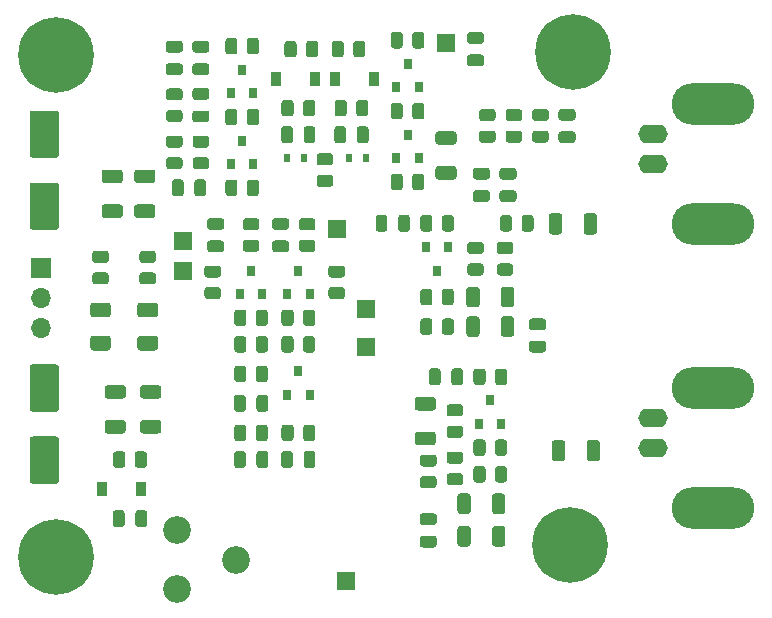
<source format=gbr>
%TF.GenerationSoftware,KiCad,Pcbnew,(5.1.9)-1*%
%TF.CreationDate,2021-05-17T20:36:21+02:00*%
%TF.ProjectId,TIMP_Bowes-Grebene,54494d50-5f42-46f7-9765-732d47726562,rev?*%
%TF.SameCoordinates,Original*%
%TF.FileFunction,Soldermask,Top*%
%TF.FilePolarity,Negative*%
%FSLAX46Y46*%
G04 Gerber Fmt 4.6, Leading zero omitted, Abs format (unit mm)*
G04 Created by KiCad (PCBNEW (5.1.9)-1) date 2021-05-17 20:36:21*
%MOMM*%
%LPD*%
G01*
G04 APERTURE LIST*
%ADD10R,1.500000X1.500000*%
%ADD11R,0.900000X1.200000*%
%ADD12R,0.600000X0.700000*%
%ADD13C,6.400000*%
%ADD14C,0.800000*%
%ADD15O,2.500000X1.600000*%
%ADD16O,7.000000X3.500000*%
%ADD17R,1.700000X1.700000*%
%ADD18O,1.700000X1.700000*%
%ADD19R,0.800000X0.900000*%
%ADD20C,2.340000*%
G04 APERTURE END LIST*
D10*
%TO.C,REF\u002A\u002A*%
X115750000Y-119500000D03*
%TD*%
%TO.C,REF\u002A\u002A*%
X102000000Y-90750000D03*
%TD*%
%TO.C,REF\u002A\u002A*%
X117500000Y-99750000D03*
%TD*%
%TO.C,REF\u002A\u002A*%
X115000000Y-89750000D03*
%TD*%
%TO.C,REF\u002A\u002A*%
X124250000Y-74000000D03*
%TD*%
%TO.C,REF\u002A\u002A*%
X117500000Y-96500000D03*
%TD*%
%TO.C,REF\u002A\u002A*%
X102000000Y-93250000D03*
%TD*%
%TO.C,R41*%
G36*
G01*
X127100000Y-97374999D02*
X127100000Y-98625001D01*
G75*
G02*
X126850001Y-98875000I-249999J0D01*
G01*
X126224999Y-98875000D01*
G75*
G02*
X125975000Y-98625001I0J249999D01*
G01*
X125975000Y-97374999D01*
G75*
G02*
X126224999Y-97125000I249999J0D01*
G01*
X126850001Y-97125000D01*
G75*
G02*
X127100000Y-97374999I0J-249999D01*
G01*
G37*
G36*
G01*
X130025000Y-97374999D02*
X130025000Y-98625001D01*
G75*
G02*
X129775001Y-98875000I-249999J0D01*
G01*
X129149999Y-98875000D01*
G75*
G02*
X128900000Y-98625001I0J249999D01*
G01*
X128900000Y-97374999D01*
G75*
G02*
X129149999Y-97125000I249999J0D01*
G01*
X129775001Y-97125000D01*
G75*
G02*
X130025000Y-97374999I0J-249999D01*
G01*
G37*
%TD*%
%TO.C,R40*%
G36*
G01*
X129700001Y-91850000D02*
X128799999Y-91850000D01*
G75*
G02*
X128550000Y-91600001I0J249999D01*
G01*
X128550000Y-91074999D01*
G75*
G02*
X128799999Y-90825000I249999J0D01*
G01*
X129700001Y-90825000D01*
G75*
G02*
X129950000Y-91074999I0J-249999D01*
G01*
X129950000Y-91600001D01*
G75*
G02*
X129700001Y-91850000I-249999J0D01*
G01*
G37*
G36*
G01*
X129700001Y-93675000D02*
X128799999Y-93675000D01*
G75*
G02*
X128550000Y-93425001I0J249999D01*
G01*
X128550000Y-92899999D01*
G75*
G02*
X128799999Y-92650000I249999J0D01*
G01*
X129700001Y-92650000D01*
G75*
G02*
X129950000Y-92899999I0J-249999D01*
G01*
X129950000Y-93425001D01*
G75*
G02*
X129700001Y-93675000I-249999J0D01*
G01*
G37*
%TD*%
%TO.C,R32*%
G36*
G01*
X124549999Y-110400000D02*
X125450001Y-110400000D01*
G75*
G02*
X125700000Y-110649999I0J-249999D01*
G01*
X125700000Y-111175001D01*
G75*
G02*
X125450001Y-111425000I-249999J0D01*
G01*
X124549999Y-111425000D01*
G75*
G02*
X124300000Y-111175001I0J249999D01*
G01*
X124300000Y-110649999D01*
G75*
G02*
X124549999Y-110400000I249999J0D01*
G01*
G37*
G36*
G01*
X124549999Y-108575000D02*
X125450001Y-108575000D01*
G75*
G02*
X125700000Y-108824999I0J-249999D01*
G01*
X125700000Y-109350001D01*
G75*
G02*
X125450001Y-109600000I-249999J0D01*
G01*
X124549999Y-109600000D01*
G75*
G02*
X124300000Y-109350001I0J249999D01*
G01*
X124300000Y-108824999D01*
G75*
G02*
X124549999Y-108575000I249999J0D01*
G01*
G37*
%TD*%
%TO.C,C1*%
G36*
G01*
X103975000Y-78800000D02*
X103025000Y-78800000D01*
G75*
G02*
X102775000Y-78550000I0J250000D01*
G01*
X102775000Y-78050000D01*
G75*
G02*
X103025000Y-77800000I250000J0D01*
G01*
X103975000Y-77800000D01*
G75*
G02*
X104225000Y-78050000I0J-250000D01*
G01*
X104225000Y-78550000D01*
G75*
G02*
X103975000Y-78800000I-250000J0D01*
G01*
G37*
G36*
G01*
X103975000Y-80700000D02*
X103025000Y-80700000D01*
G75*
G02*
X102775000Y-80450000I0J250000D01*
G01*
X102775000Y-79950000D01*
G75*
G02*
X103025000Y-79700000I250000J0D01*
G01*
X103975000Y-79700000D01*
G75*
G02*
X104225000Y-79950000I0J-250000D01*
G01*
X104225000Y-80450000D01*
G75*
G02*
X103975000Y-80700000I-250000J0D01*
G01*
G37*
%TD*%
%TO.C,C2*%
G36*
G01*
X107300000Y-104025000D02*
X107300000Y-104975000D01*
G75*
G02*
X107050000Y-105225000I-250000J0D01*
G01*
X106550000Y-105225000D01*
G75*
G02*
X106300000Y-104975000I0J250000D01*
G01*
X106300000Y-104025000D01*
G75*
G02*
X106550000Y-103775000I250000J0D01*
G01*
X107050000Y-103775000D01*
G75*
G02*
X107300000Y-104025000I0J-250000D01*
G01*
G37*
G36*
G01*
X109200000Y-104025000D02*
X109200000Y-104975000D01*
G75*
G02*
X108950000Y-105225000I-250000J0D01*
G01*
X108450000Y-105225000D01*
G75*
G02*
X108200000Y-104975000I0J250000D01*
G01*
X108200000Y-104025000D01*
G75*
G02*
X108450000Y-103775000I250000J0D01*
G01*
X108950000Y-103775000D01*
G75*
G02*
X109200000Y-104025000I0J-250000D01*
G01*
G37*
%TD*%
%TO.C,C3*%
G36*
G01*
X111300000Y-81275000D02*
X111300000Y-82225000D01*
G75*
G02*
X111050000Y-82475000I-250000J0D01*
G01*
X110550000Y-82475000D01*
G75*
G02*
X110300000Y-82225000I0J250000D01*
G01*
X110300000Y-81275000D01*
G75*
G02*
X110550000Y-81025000I250000J0D01*
G01*
X111050000Y-81025000D01*
G75*
G02*
X111300000Y-81275000I0J-250000D01*
G01*
G37*
G36*
G01*
X113200000Y-81275000D02*
X113200000Y-82225000D01*
G75*
G02*
X112950000Y-82475000I-250000J0D01*
G01*
X112450000Y-82475000D01*
G75*
G02*
X112200000Y-82225000I0J250000D01*
G01*
X112200000Y-81275000D01*
G75*
G02*
X112450000Y-81025000I250000J0D01*
G01*
X112950000Y-81025000D01*
G75*
G02*
X113200000Y-81275000I0J-250000D01*
G01*
G37*
%TD*%
%TO.C,C4*%
G36*
G01*
X134025000Y-79550000D02*
X134975000Y-79550000D01*
G75*
G02*
X135225000Y-79800000I0J-250000D01*
G01*
X135225000Y-80300000D01*
G75*
G02*
X134975000Y-80550000I-250000J0D01*
G01*
X134025000Y-80550000D01*
G75*
G02*
X133775000Y-80300000I0J250000D01*
G01*
X133775000Y-79800000D01*
G75*
G02*
X134025000Y-79550000I250000J0D01*
G01*
G37*
G36*
G01*
X134025000Y-81450000D02*
X134975000Y-81450000D01*
G75*
G02*
X135225000Y-81700000I0J-250000D01*
G01*
X135225000Y-82200000D01*
G75*
G02*
X134975000Y-82450000I-250000J0D01*
G01*
X134025000Y-82450000D01*
G75*
G02*
X133775000Y-82200000I0J250000D01*
G01*
X133775000Y-81700000D01*
G75*
G02*
X134025000Y-81450000I250000J0D01*
G01*
G37*
%TD*%
%TO.C,C5*%
G36*
G01*
X137300000Y-107849999D02*
X137300000Y-109150001D01*
G75*
G02*
X137050001Y-109400000I-249999J0D01*
G01*
X136399999Y-109400000D01*
G75*
G02*
X136150000Y-109150001I0J249999D01*
G01*
X136150000Y-107849999D01*
G75*
G02*
X136399999Y-107600000I249999J0D01*
G01*
X137050001Y-107600000D01*
G75*
G02*
X137300000Y-107849999I0J-249999D01*
G01*
G37*
G36*
G01*
X134350000Y-107849999D02*
X134350000Y-109150001D01*
G75*
G02*
X134100001Y-109400000I-249999J0D01*
G01*
X133449999Y-109400000D01*
G75*
G02*
X133200000Y-109150001I0J249999D01*
G01*
X133200000Y-107849999D01*
G75*
G02*
X133449999Y-107600000I249999J0D01*
G01*
X134100001Y-107600000D01*
G75*
G02*
X134350000Y-107849999I0J-249999D01*
G01*
G37*
%TD*%
%TO.C,C6*%
G36*
G01*
X134100000Y-88649999D02*
X134100000Y-89950001D01*
G75*
G02*
X133850001Y-90200000I-249999J0D01*
G01*
X133199999Y-90200000D01*
G75*
G02*
X132950000Y-89950001I0J249999D01*
G01*
X132950000Y-88649999D01*
G75*
G02*
X133199999Y-88400000I249999J0D01*
G01*
X133850001Y-88400000D01*
G75*
G02*
X134100000Y-88649999I0J-249999D01*
G01*
G37*
G36*
G01*
X137050000Y-88649999D02*
X137050000Y-89950001D01*
G75*
G02*
X136800001Y-90200000I-249999J0D01*
G01*
X136149999Y-90200000D01*
G75*
G02*
X135900000Y-89950001I0J249999D01*
G01*
X135900000Y-88649999D01*
G75*
G02*
X136149999Y-88400000I249999J0D01*
G01*
X136800001Y-88400000D01*
G75*
G02*
X137050000Y-88649999I0J-249999D01*
G01*
G37*
%TD*%
%TO.C,C7*%
G36*
G01*
X91250000Y-83700000D02*
X89250000Y-83700000D01*
G75*
G02*
X89000000Y-83450000I0J250000D01*
G01*
X89000000Y-79950000D01*
G75*
G02*
X89250000Y-79700000I250000J0D01*
G01*
X91250000Y-79700000D01*
G75*
G02*
X91500000Y-79950000I0J-250000D01*
G01*
X91500000Y-83450000D01*
G75*
G02*
X91250000Y-83700000I-250000J0D01*
G01*
G37*
G36*
G01*
X91250000Y-89800000D02*
X89250000Y-89800000D01*
G75*
G02*
X89000000Y-89550000I0J250000D01*
G01*
X89000000Y-86050000D01*
G75*
G02*
X89250000Y-85800000I250000J0D01*
G01*
X91250000Y-85800000D01*
G75*
G02*
X91500000Y-86050000I0J-250000D01*
G01*
X91500000Y-89550000D01*
G75*
G02*
X91250000Y-89800000I-250000J0D01*
G01*
G37*
%TD*%
%TO.C,C8*%
G36*
G01*
X95349999Y-87650000D02*
X96650001Y-87650000D01*
G75*
G02*
X96900000Y-87899999I0J-249999D01*
G01*
X96900000Y-88550001D01*
G75*
G02*
X96650001Y-88800000I-249999J0D01*
G01*
X95349999Y-88800000D01*
G75*
G02*
X95100000Y-88550001I0J249999D01*
G01*
X95100000Y-87899999D01*
G75*
G02*
X95349999Y-87650000I249999J0D01*
G01*
G37*
G36*
G01*
X95349999Y-84700000D02*
X96650001Y-84700000D01*
G75*
G02*
X96900000Y-84949999I0J-249999D01*
G01*
X96900000Y-85600001D01*
G75*
G02*
X96650001Y-85850000I-249999J0D01*
G01*
X95349999Y-85850000D01*
G75*
G02*
X95100000Y-85600001I0J249999D01*
G01*
X95100000Y-84949999D01*
G75*
G02*
X95349999Y-84700000I249999J0D01*
G01*
G37*
%TD*%
%TO.C,C9*%
G36*
G01*
X117700000Y-81275000D02*
X117700000Y-82225000D01*
G75*
G02*
X117450000Y-82475000I-250000J0D01*
G01*
X116950000Y-82475000D01*
G75*
G02*
X116700000Y-82225000I0J250000D01*
G01*
X116700000Y-81275000D01*
G75*
G02*
X116950000Y-81025000I250000J0D01*
G01*
X117450000Y-81025000D01*
G75*
G02*
X117700000Y-81275000I0J-250000D01*
G01*
G37*
G36*
G01*
X115800000Y-81275000D02*
X115800000Y-82225000D01*
G75*
G02*
X115550000Y-82475000I-250000J0D01*
G01*
X115050000Y-82475000D01*
G75*
G02*
X114800000Y-82225000I0J250000D01*
G01*
X114800000Y-81275000D01*
G75*
G02*
X115050000Y-81025000I250000J0D01*
G01*
X115550000Y-81025000D01*
G75*
G02*
X115800000Y-81275000I0J-250000D01*
G01*
G37*
%TD*%
%TO.C,C10*%
G36*
G01*
X124900001Y-85550000D02*
X123599999Y-85550000D01*
G75*
G02*
X123350000Y-85300001I0J249999D01*
G01*
X123350000Y-84649999D01*
G75*
G02*
X123599999Y-84400000I249999J0D01*
G01*
X124900001Y-84400000D01*
G75*
G02*
X125150000Y-84649999I0J-249999D01*
G01*
X125150000Y-85300001D01*
G75*
G02*
X124900001Y-85550000I-249999J0D01*
G01*
G37*
G36*
G01*
X124900001Y-82600000D02*
X123599999Y-82600000D01*
G75*
G02*
X123350000Y-82350001I0J249999D01*
G01*
X123350000Y-81699999D01*
G75*
G02*
X123599999Y-81450000I249999J0D01*
G01*
X124900001Y-81450000D01*
G75*
G02*
X125150000Y-81699999I0J-249999D01*
G01*
X125150000Y-82350001D01*
G75*
G02*
X124900001Y-82600000I-249999J0D01*
G01*
G37*
%TD*%
%TO.C,C11*%
G36*
G01*
X101725000Y-76700000D02*
X100775000Y-76700000D01*
G75*
G02*
X100525000Y-76450000I0J250000D01*
G01*
X100525000Y-75950000D01*
G75*
G02*
X100775000Y-75700000I250000J0D01*
G01*
X101725000Y-75700000D01*
G75*
G02*
X101975000Y-75950000I0J-250000D01*
G01*
X101975000Y-76450000D01*
G75*
G02*
X101725000Y-76700000I-250000J0D01*
G01*
G37*
G36*
G01*
X101725000Y-74800000D02*
X100775000Y-74800000D01*
G75*
G02*
X100525000Y-74550000I0J250000D01*
G01*
X100525000Y-74050000D01*
G75*
G02*
X100775000Y-73800000I250000J0D01*
G01*
X101725000Y-73800000D01*
G75*
G02*
X101975000Y-74050000I0J-250000D01*
G01*
X101975000Y-74550000D01*
G75*
G02*
X101725000Y-74800000I-250000J0D01*
G01*
G37*
%TD*%
%TO.C,C12*%
G36*
G01*
X110300000Y-109725000D02*
X110300000Y-108775000D01*
G75*
G02*
X110550000Y-108525000I250000J0D01*
G01*
X111050000Y-108525000D01*
G75*
G02*
X111300000Y-108775000I0J-250000D01*
G01*
X111300000Y-109725000D01*
G75*
G02*
X111050000Y-109975000I-250000J0D01*
G01*
X110550000Y-109975000D01*
G75*
G02*
X110300000Y-109725000I0J250000D01*
G01*
G37*
G36*
G01*
X112200000Y-109725000D02*
X112200000Y-108775000D01*
G75*
G02*
X112450000Y-108525000I250000J0D01*
G01*
X112950000Y-108525000D01*
G75*
G02*
X113200000Y-108775000I0J-250000D01*
G01*
X113200000Y-109725000D01*
G75*
G02*
X112950000Y-109975000I-250000J0D01*
G01*
X112450000Y-109975000D01*
G75*
G02*
X112200000Y-109725000I0J250000D01*
G01*
G37*
%TD*%
%TO.C,C13*%
G36*
G01*
X103975000Y-74800000D02*
X103025000Y-74800000D01*
G75*
G02*
X102775000Y-74550000I0J250000D01*
G01*
X102775000Y-74050000D01*
G75*
G02*
X103025000Y-73800000I250000J0D01*
G01*
X103975000Y-73800000D01*
G75*
G02*
X104225000Y-74050000I0J-250000D01*
G01*
X104225000Y-74550000D01*
G75*
G02*
X103975000Y-74800000I-250000J0D01*
G01*
G37*
G36*
G01*
X103975000Y-76700000D02*
X103025000Y-76700000D01*
G75*
G02*
X102775000Y-76450000I0J250000D01*
G01*
X102775000Y-75950000D01*
G75*
G02*
X103025000Y-75700000I250000J0D01*
G01*
X103975000Y-75700000D01*
G75*
G02*
X104225000Y-75950000I0J-250000D01*
G01*
X104225000Y-76450000D01*
G75*
G02*
X103975000Y-76700000I-250000J0D01*
G01*
G37*
%TD*%
%TO.C,C14*%
G36*
G01*
X102050000Y-85775000D02*
X102050000Y-86725000D01*
G75*
G02*
X101800000Y-86975000I-250000J0D01*
G01*
X101300000Y-86975000D01*
G75*
G02*
X101050000Y-86725000I0J250000D01*
G01*
X101050000Y-85775000D01*
G75*
G02*
X101300000Y-85525000I250000J0D01*
G01*
X101800000Y-85525000D01*
G75*
G02*
X102050000Y-85775000I0J-250000D01*
G01*
G37*
G36*
G01*
X103950000Y-85775000D02*
X103950000Y-86725000D01*
G75*
G02*
X103700000Y-86975000I-250000J0D01*
G01*
X103200000Y-86975000D01*
G75*
G02*
X102950000Y-86725000I0J250000D01*
G01*
X102950000Y-85775000D01*
G75*
G02*
X103200000Y-85525000I250000J0D01*
G01*
X103700000Y-85525000D01*
G75*
G02*
X103950000Y-85775000I0J-250000D01*
G01*
G37*
%TD*%
%TO.C,C15*%
G36*
G01*
X105225000Y-89800000D02*
X104275000Y-89800000D01*
G75*
G02*
X104025000Y-89550000I0J250000D01*
G01*
X104025000Y-89050000D01*
G75*
G02*
X104275000Y-88800000I250000J0D01*
G01*
X105225000Y-88800000D01*
G75*
G02*
X105475000Y-89050000I0J-250000D01*
G01*
X105475000Y-89550000D01*
G75*
G02*
X105225000Y-89800000I-250000J0D01*
G01*
G37*
G36*
G01*
X105225000Y-91700000D02*
X104275000Y-91700000D01*
G75*
G02*
X104025000Y-91450000I0J250000D01*
G01*
X104025000Y-90950000D01*
G75*
G02*
X104275000Y-90700000I250000J0D01*
G01*
X105225000Y-90700000D01*
G75*
G02*
X105475000Y-90950000I0J-250000D01*
G01*
X105475000Y-91450000D01*
G75*
G02*
X105225000Y-91700000I-250000J0D01*
G01*
G37*
%TD*%
%TO.C,C16*%
G36*
G01*
X108200000Y-109725000D02*
X108200000Y-108775000D01*
G75*
G02*
X108450000Y-108525000I250000J0D01*
G01*
X108950000Y-108525000D01*
G75*
G02*
X109200000Y-108775000I0J-250000D01*
G01*
X109200000Y-109725000D01*
G75*
G02*
X108950000Y-109975000I-250000J0D01*
G01*
X108450000Y-109975000D01*
G75*
G02*
X108200000Y-109725000I0J250000D01*
G01*
G37*
G36*
G01*
X106300000Y-109725000D02*
X106300000Y-108775000D01*
G75*
G02*
X106550000Y-108525000I250000J0D01*
G01*
X107050000Y-108525000D01*
G75*
G02*
X107300000Y-108775000I0J-250000D01*
G01*
X107300000Y-109725000D01*
G75*
G02*
X107050000Y-109975000I-250000J0D01*
G01*
X106550000Y-109975000D01*
G75*
G02*
X106300000Y-109725000I0J250000D01*
G01*
G37*
%TD*%
%TO.C,C17*%
G36*
G01*
X129025000Y-84550000D02*
X129975000Y-84550000D01*
G75*
G02*
X130225000Y-84800000I0J-250000D01*
G01*
X130225000Y-85300000D01*
G75*
G02*
X129975000Y-85550000I-250000J0D01*
G01*
X129025000Y-85550000D01*
G75*
G02*
X128775000Y-85300000I0J250000D01*
G01*
X128775000Y-84800000D01*
G75*
G02*
X129025000Y-84550000I250000J0D01*
G01*
G37*
G36*
G01*
X129025000Y-86450000D02*
X129975000Y-86450000D01*
G75*
G02*
X130225000Y-86700000I0J-250000D01*
G01*
X130225000Y-87200000D01*
G75*
G02*
X129975000Y-87450000I-250000J0D01*
G01*
X129025000Y-87450000D01*
G75*
G02*
X128775000Y-87200000I0J250000D01*
G01*
X128775000Y-86700000D01*
G75*
G02*
X129025000Y-86450000I250000J0D01*
G01*
G37*
%TD*%
%TO.C,C18*%
G36*
G01*
X109775000Y-88800000D02*
X110725000Y-88800000D01*
G75*
G02*
X110975000Y-89050000I0J-250000D01*
G01*
X110975000Y-89550000D01*
G75*
G02*
X110725000Y-89800000I-250000J0D01*
G01*
X109775000Y-89800000D01*
G75*
G02*
X109525000Y-89550000I0J250000D01*
G01*
X109525000Y-89050000D01*
G75*
G02*
X109775000Y-88800000I250000J0D01*
G01*
G37*
G36*
G01*
X109775000Y-90700000D02*
X110725000Y-90700000D01*
G75*
G02*
X110975000Y-90950000I0J-250000D01*
G01*
X110975000Y-91450000D01*
G75*
G02*
X110725000Y-91700000I-250000J0D01*
G01*
X109775000Y-91700000D01*
G75*
G02*
X109525000Y-91450000I0J250000D01*
G01*
X109525000Y-90950000D01*
G75*
G02*
X109775000Y-90700000I250000J0D01*
G01*
G37*
%TD*%
%TO.C,C19*%
G36*
G01*
X126275000Y-73050000D02*
X127225000Y-73050000D01*
G75*
G02*
X127475000Y-73300000I0J-250000D01*
G01*
X127475000Y-73800000D01*
G75*
G02*
X127225000Y-74050000I-250000J0D01*
G01*
X126275000Y-74050000D01*
G75*
G02*
X126025000Y-73800000I0J250000D01*
G01*
X126025000Y-73300000D01*
G75*
G02*
X126275000Y-73050000I250000J0D01*
G01*
G37*
G36*
G01*
X126275000Y-74950000D02*
X127225000Y-74950000D01*
G75*
G02*
X127475000Y-75200000I0J-250000D01*
G01*
X127475000Y-75700000D01*
G75*
G02*
X127225000Y-75950000I-250000J0D01*
G01*
X126275000Y-75950000D01*
G75*
G02*
X126025000Y-75700000I0J250000D01*
G01*
X126025000Y-75200000D01*
G75*
G02*
X126275000Y-74950000I250000J0D01*
G01*
G37*
%TD*%
%TO.C,C20*%
G36*
G01*
X126775000Y-86450000D02*
X127725000Y-86450000D01*
G75*
G02*
X127975000Y-86700000I0J-250000D01*
G01*
X127975000Y-87200000D01*
G75*
G02*
X127725000Y-87450000I-250000J0D01*
G01*
X126775000Y-87450000D01*
G75*
G02*
X126525000Y-87200000I0J250000D01*
G01*
X126525000Y-86700000D01*
G75*
G02*
X126775000Y-86450000I250000J0D01*
G01*
G37*
G36*
G01*
X126775000Y-84550000D02*
X127725000Y-84550000D01*
G75*
G02*
X127975000Y-84800000I0J-250000D01*
G01*
X127975000Y-85300000D01*
G75*
G02*
X127725000Y-85550000I-250000J0D01*
G01*
X126775000Y-85550000D01*
G75*
G02*
X126525000Y-85300000I0J250000D01*
G01*
X126525000Y-84800000D01*
G75*
G02*
X126775000Y-84550000I250000J0D01*
G01*
G37*
%TD*%
%TO.C,C21*%
G36*
G01*
X123800000Y-101775000D02*
X123800000Y-102725000D01*
G75*
G02*
X123550000Y-102975000I-250000J0D01*
G01*
X123050000Y-102975000D01*
G75*
G02*
X122800000Y-102725000I0J250000D01*
G01*
X122800000Y-101775000D01*
G75*
G02*
X123050000Y-101525000I250000J0D01*
G01*
X123550000Y-101525000D01*
G75*
G02*
X123800000Y-101775000I0J-250000D01*
G01*
G37*
G36*
G01*
X125700000Y-101775000D02*
X125700000Y-102725000D01*
G75*
G02*
X125450000Y-102975000I-250000J0D01*
G01*
X124950000Y-102975000D01*
G75*
G02*
X124700000Y-102725000I0J250000D01*
G01*
X124700000Y-101775000D01*
G75*
G02*
X124950000Y-101525000I250000J0D01*
G01*
X125450000Y-101525000D01*
G75*
G02*
X125700000Y-101775000I0J-250000D01*
G01*
G37*
%TD*%
%TO.C,C22*%
G36*
G01*
X121200000Y-88775000D02*
X121200000Y-89725000D01*
G75*
G02*
X120950000Y-89975000I-250000J0D01*
G01*
X120450000Y-89975000D01*
G75*
G02*
X120200000Y-89725000I0J250000D01*
G01*
X120200000Y-88775000D01*
G75*
G02*
X120450000Y-88525000I250000J0D01*
G01*
X120950000Y-88525000D01*
G75*
G02*
X121200000Y-88775000I0J-250000D01*
G01*
G37*
G36*
G01*
X119300000Y-88775000D02*
X119300000Y-89725000D01*
G75*
G02*
X119050000Y-89975000I-250000J0D01*
G01*
X118550000Y-89975000D01*
G75*
G02*
X118300000Y-89725000I0J250000D01*
G01*
X118300000Y-88775000D01*
G75*
G02*
X118550000Y-88525000I250000J0D01*
G01*
X119050000Y-88525000D01*
G75*
G02*
X119300000Y-88775000I0J-250000D01*
G01*
G37*
%TD*%
%TO.C,C23*%
G36*
G01*
X131525000Y-97300000D02*
X132475000Y-97300000D01*
G75*
G02*
X132725000Y-97550000I0J-250000D01*
G01*
X132725000Y-98050000D01*
G75*
G02*
X132475000Y-98300000I-250000J0D01*
G01*
X131525000Y-98300000D01*
G75*
G02*
X131275000Y-98050000I0J250000D01*
G01*
X131275000Y-97550000D01*
G75*
G02*
X131525000Y-97300000I250000J0D01*
G01*
G37*
G36*
G01*
X131525000Y-99200000D02*
X132475000Y-99200000D01*
G75*
G02*
X132725000Y-99450000I0J-250000D01*
G01*
X132725000Y-99950000D01*
G75*
G02*
X132475000Y-100200000I-250000J0D01*
G01*
X131525000Y-100200000D01*
G75*
G02*
X131275000Y-99950000I0J250000D01*
G01*
X131275000Y-99450000D01*
G75*
G02*
X131525000Y-99200000I250000J0D01*
G01*
G37*
%TD*%
%TO.C,C24*%
G36*
G01*
X123150001Y-108050000D02*
X121849999Y-108050000D01*
G75*
G02*
X121600000Y-107800001I0J249999D01*
G01*
X121600000Y-107149999D01*
G75*
G02*
X121849999Y-106900000I249999J0D01*
G01*
X123150001Y-106900000D01*
G75*
G02*
X123400000Y-107149999I0J-249999D01*
G01*
X123400000Y-107800001D01*
G75*
G02*
X123150001Y-108050000I-249999J0D01*
G01*
G37*
G36*
G01*
X123150001Y-105100000D02*
X121849999Y-105100000D01*
G75*
G02*
X121600000Y-104850001I0J249999D01*
G01*
X121600000Y-104199999D01*
G75*
G02*
X121849999Y-103950000I249999J0D01*
G01*
X123150001Y-103950000D01*
G75*
G02*
X123400000Y-104199999I0J-249999D01*
G01*
X123400000Y-104850001D01*
G75*
G02*
X123150001Y-105100000I-249999J0D01*
G01*
G37*
%TD*%
%TO.C,C25*%
G36*
G01*
X122275000Y-113800000D02*
X123225000Y-113800000D01*
G75*
G02*
X123475000Y-114050000I0J-250000D01*
G01*
X123475000Y-114550000D01*
G75*
G02*
X123225000Y-114800000I-250000J0D01*
G01*
X122275000Y-114800000D01*
G75*
G02*
X122025000Y-114550000I0J250000D01*
G01*
X122025000Y-114050000D01*
G75*
G02*
X122275000Y-113800000I250000J0D01*
G01*
G37*
G36*
G01*
X122275000Y-115700000D02*
X123225000Y-115700000D01*
G75*
G02*
X123475000Y-115950000I0J-250000D01*
G01*
X123475000Y-116450000D01*
G75*
G02*
X123225000Y-116700000I-250000J0D01*
G01*
X122275000Y-116700000D01*
G75*
G02*
X122025000Y-116450000I0J250000D01*
G01*
X122025000Y-115950000D01*
G75*
G02*
X122275000Y-115700000I250000J0D01*
G01*
G37*
%TD*%
%TO.C,C26*%
G36*
G01*
X91250000Y-111300000D02*
X89250000Y-111300000D01*
G75*
G02*
X89000000Y-111050000I0J250000D01*
G01*
X89000000Y-107550000D01*
G75*
G02*
X89250000Y-107300000I250000J0D01*
G01*
X91250000Y-107300000D01*
G75*
G02*
X91500000Y-107550000I0J-250000D01*
G01*
X91500000Y-111050000D01*
G75*
G02*
X91250000Y-111300000I-250000J0D01*
G01*
G37*
G36*
G01*
X91250000Y-105200000D02*
X89250000Y-105200000D01*
G75*
G02*
X89000000Y-104950000I0J250000D01*
G01*
X89000000Y-101450000D01*
G75*
G02*
X89250000Y-101200000I250000J0D01*
G01*
X91250000Y-101200000D01*
G75*
G02*
X91500000Y-101450000I0J-250000D01*
G01*
X91500000Y-104950000D01*
G75*
G02*
X91250000Y-105200000I-250000J0D01*
G01*
G37*
%TD*%
%TO.C,C27*%
G36*
G01*
X98099999Y-87650000D02*
X99400001Y-87650000D01*
G75*
G02*
X99650000Y-87899999I0J-249999D01*
G01*
X99650000Y-88550001D01*
G75*
G02*
X99400001Y-88800000I-249999J0D01*
G01*
X98099999Y-88800000D01*
G75*
G02*
X97850000Y-88550001I0J249999D01*
G01*
X97850000Y-87899999D01*
G75*
G02*
X98099999Y-87650000I249999J0D01*
G01*
G37*
G36*
G01*
X98099999Y-84700000D02*
X99400001Y-84700000D01*
G75*
G02*
X99650000Y-84949999I0J-249999D01*
G01*
X99650000Y-85600001D01*
G75*
G02*
X99400001Y-85850000I-249999J0D01*
G01*
X98099999Y-85850000D01*
G75*
G02*
X97850000Y-85600001I0J249999D01*
G01*
X97850000Y-84949999D01*
G75*
G02*
X98099999Y-84700000I249999J0D01*
G01*
G37*
%TD*%
%TO.C,C28*%
G36*
G01*
X97050000Y-113775000D02*
X97050000Y-114725000D01*
G75*
G02*
X96800000Y-114975000I-250000J0D01*
G01*
X96300000Y-114975000D01*
G75*
G02*
X96050000Y-114725000I0J250000D01*
G01*
X96050000Y-113775000D01*
G75*
G02*
X96300000Y-113525000I250000J0D01*
G01*
X96800000Y-113525000D01*
G75*
G02*
X97050000Y-113775000I0J-250000D01*
G01*
G37*
G36*
G01*
X98950000Y-113775000D02*
X98950000Y-114725000D01*
G75*
G02*
X98700000Y-114975000I-250000J0D01*
G01*
X98200000Y-114975000D01*
G75*
G02*
X97950000Y-114725000I0J250000D01*
G01*
X97950000Y-113775000D01*
G75*
G02*
X98200000Y-113525000I250000J0D01*
G01*
X98700000Y-113525000D01*
G75*
G02*
X98950000Y-113775000I0J-250000D01*
G01*
G37*
%TD*%
%TO.C,C29*%
G36*
G01*
X98599999Y-102950000D02*
X99900001Y-102950000D01*
G75*
G02*
X100150000Y-103199999I0J-249999D01*
G01*
X100150000Y-103850001D01*
G75*
G02*
X99900001Y-104100000I-249999J0D01*
G01*
X98599999Y-104100000D01*
G75*
G02*
X98350000Y-103850001I0J249999D01*
G01*
X98350000Y-103199999D01*
G75*
G02*
X98599999Y-102950000I249999J0D01*
G01*
G37*
G36*
G01*
X98599999Y-105900000D02*
X99900001Y-105900000D01*
G75*
G02*
X100150000Y-106149999I0J-249999D01*
G01*
X100150000Y-106800001D01*
G75*
G02*
X99900001Y-107050000I-249999J0D01*
G01*
X98599999Y-107050000D01*
G75*
G02*
X98350000Y-106800001I0J249999D01*
G01*
X98350000Y-106149999D01*
G75*
G02*
X98599999Y-105900000I249999J0D01*
G01*
G37*
%TD*%
%TO.C,C30*%
G36*
G01*
X95599999Y-105900000D02*
X96900001Y-105900000D01*
G75*
G02*
X97150000Y-106149999I0J-249999D01*
G01*
X97150000Y-106800001D01*
G75*
G02*
X96900001Y-107050000I-249999J0D01*
G01*
X95599999Y-107050000D01*
G75*
G02*
X95350000Y-106800001I0J249999D01*
G01*
X95350000Y-106149999D01*
G75*
G02*
X95599999Y-105900000I249999J0D01*
G01*
G37*
G36*
G01*
X95599999Y-102950000D02*
X96900001Y-102950000D01*
G75*
G02*
X97150000Y-103199999I0J-249999D01*
G01*
X97150000Y-103850001D01*
G75*
G02*
X96900001Y-104100000I-249999J0D01*
G01*
X95599999Y-104100000D01*
G75*
G02*
X95350000Y-103850001I0J249999D01*
G01*
X95350000Y-103199999D01*
G75*
G02*
X95599999Y-102950000I249999J0D01*
G01*
G37*
%TD*%
D11*
%TO.C,D1*%
X113150000Y-77000000D03*
X109850000Y-77000000D03*
%TD*%
%TO.C,D2*%
X118150000Y-77000000D03*
X114850000Y-77000000D03*
%TD*%
D12*
%TO.C,D3*%
X110800000Y-83750000D03*
X112200000Y-83750000D03*
%TD*%
%TO.C,D4*%
X116050000Y-83750000D03*
X117450000Y-83750000D03*
%TD*%
D11*
%TO.C,D5*%
X98400000Y-111750000D03*
X95100000Y-111750000D03*
%TD*%
%TO.C,D6*%
G36*
G01*
X95625000Y-97225000D02*
X94375000Y-97225000D01*
G75*
G02*
X94125000Y-96975000I0J250000D01*
G01*
X94125000Y-96225000D01*
G75*
G02*
X94375000Y-95975000I250000J0D01*
G01*
X95625000Y-95975000D01*
G75*
G02*
X95875000Y-96225000I0J-250000D01*
G01*
X95875000Y-96975000D01*
G75*
G02*
X95625000Y-97225000I-250000J0D01*
G01*
G37*
G36*
G01*
X95625000Y-100025000D02*
X94375000Y-100025000D01*
G75*
G02*
X94125000Y-99775000I0J250000D01*
G01*
X94125000Y-99025000D01*
G75*
G02*
X94375000Y-98775000I250000J0D01*
G01*
X95625000Y-98775000D01*
G75*
G02*
X95875000Y-99025000I0J-250000D01*
G01*
X95875000Y-99775000D01*
G75*
G02*
X95625000Y-100025000I-250000J0D01*
G01*
G37*
%TD*%
%TO.C,D7*%
G36*
G01*
X99625000Y-100025000D02*
X98375000Y-100025000D01*
G75*
G02*
X98125000Y-99775000I0J250000D01*
G01*
X98125000Y-99025000D01*
G75*
G02*
X98375000Y-98775000I250000J0D01*
G01*
X99625000Y-98775000D01*
G75*
G02*
X99875000Y-99025000I0J-250000D01*
G01*
X99875000Y-99775000D01*
G75*
G02*
X99625000Y-100025000I-250000J0D01*
G01*
G37*
G36*
G01*
X99625000Y-97225000D02*
X98375000Y-97225000D01*
G75*
G02*
X98125000Y-96975000I0J250000D01*
G01*
X98125000Y-96225000D01*
G75*
G02*
X98375000Y-95975000I250000J0D01*
G01*
X99625000Y-95975000D01*
G75*
G02*
X99875000Y-96225000I0J-250000D01*
G01*
X99875000Y-96975000D01*
G75*
G02*
X99625000Y-97225000I-250000J0D01*
G01*
G37*
%TD*%
D13*
%TO.C,H1*%
X135000000Y-74750000D03*
D14*
X137400000Y-74750000D03*
X136697056Y-76447056D03*
X135000000Y-77150000D03*
X133302944Y-76447056D03*
X132600000Y-74750000D03*
X133302944Y-73052944D03*
X135000000Y-72350000D03*
X136697056Y-73052944D03*
%TD*%
%TO.C,H2*%
X92947056Y-73302944D03*
X91250000Y-72600000D03*
X89552944Y-73302944D03*
X88850000Y-75000000D03*
X89552944Y-76697056D03*
X91250000Y-77400000D03*
X92947056Y-76697056D03*
X93650000Y-75000000D03*
D13*
X91250000Y-75000000D03*
%TD*%
%TO.C,H3*%
X134750000Y-116500000D03*
D14*
X137150000Y-116500000D03*
X136447056Y-118197056D03*
X134750000Y-118900000D03*
X133052944Y-118197056D03*
X132350000Y-116500000D03*
X133052944Y-114802944D03*
X134750000Y-114100000D03*
X136447056Y-114802944D03*
%TD*%
%TO.C,H4*%
X92697056Y-115802944D03*
X91000000Y-115100000D03*
X89302944Y-115802944D03*
X88600000Y-117500000D03*
X89302944Y-119197056D03*
X91000000Y-119900000D03*
X92697056Y-119197056D03*
X93400000Y-117500000D03*
D13*
X91250000Y-117500000D03*
%TD*%
D15*
%TO.C,J1*%
X141750000Y-105710000D03*
X141750000Y-108250000D03*
D16*
X146830000Y-113330000D03*
X146830000Y-103170000D03*
%TD*%
%TO.C,J2*%
X146830000Y-79170000D03*
X146830000Y-89330000D03*
D15*
X141750000Y-84250000D03*
X141750000Y-81710000D03*
%TD*%
D17*
%TO.C,J3*%
X90000000Y-93000000D03*
D18*
X90000000Y-95540000D03*
X90000000Y-98080000D03*
%TD*%
D19*
%TO.C,Q1*%
X106050000Y-84250000D03*
X107950000Y-84250000D03*
X107000000Y-82250000D03*
%TD*%
%TO.C,Q2*%
X106050000Y-78250000D03*
X107950000Y-78250000D03*
X107000000Y-76250000D03*
%TD*%
%TO.C,Q3*%
X121000000Y-75750000D03*
X121950000Y-77750000D03*
X120050000Y-77750000D03*
%TD*%
%TO.C,Q4*%
X121000000Y-81750000D03*
X121950000Y-83750000D03*
X120050000Y-83750000D03*
%TD*%
%TO.C,Q5*%
X124450000Y-91250000D03*
X122550000Y-91250000D03*
X123500000Y-93250000D03*
%TD*%
%TO.C,Q6*%
X106800000Y-95250000D03*
X108700000Y-95250000D03*
X107750000Y-93250000D03*
%TD*%
%TO.C,Q7*%
X110800000Y-103750000D03*
X112700000Y-103750000D03*
X111750000Y-101750000D03*
%TD*%
%TO.C,Q8*%
X111750000Y-93250000D03*
X112700000Y-95250000D03*
X110800000Y-95250000D03*
%TD*%
%TO.C,Q9*%
X128000000Y-104250000D03*
X128950000Y-106250000D03*
X127050000Y-106250000D03*
%TD*%
%TO.C,R1*%
G36*
G01*
X100799999Y-83650000D02*
X101700001Y-83650000D01*
G75*
G02*
X101950000Y-83899999I0J-249999D01*
G01*
X101950000Y-84425001D01*
G75*
G02*
X101700001Y-84675000I-249999J0D01*
G01*
X100799999Y-84675000D01*
G75*
G02*
X100550000Y-84425001I0J249999D01*
G01*
X100550000Y-83899999D01*
G75*
G02*
X100799999Y-83650000I249999J0D01*
G01*
G37*
G36*
G01*
X100799999Y-81825000D02*
X101700001Y-81825000D01*
G75*
G02*
X101950000Y-82074999I0J-249999D01*
G01*
X101950000Y-82600001D01*
G75*
G02*
X101700001Y-82850000I-249999J0D01*
G01*
X100799999Y-82850000D01*
G75*
G02*
X100550000Y-82600001I0J249999D01*
G01*
X100550000Y-82074999D01*
G75*
G02*
X100799999Y-81825000I249999J0D01*
G01*
G37*
%TD*%
%TO.C,R2*%
G36*
G01*
X100799999Y-77825000D02*
X101700001Y-77825000D01*
G75*
G02*
X101950000Y-78074999I0J-249999D01*
G01*
X101950000Y-78600001D01*
G75*
G02*
X101700001Y-78850000I-249999J0D01*
G01*
X100799999Y-78850000D01*
G75*
G02*
X100550000Y-78600001I0J249999D01*
G01*
X100550000Y-78074999D01*
G75*
G02*
X100799999Y-77825000I249999J0D01*
G01*
G37*
G36*
G01*
X100799999Y-79650000D02*
X101700001Y-79650000D01*
G75*
G02*
X101950000Y-79899999I0J-249999D01*
G01*
X101950000Y-80425001D01*
G75*
G02*
X101700001Y-80675000I-249999J0D01*
G01*
X100799999Y-80675000D01*
G75*
G02*
X100550000Y-80425001I0J249999D01*
G01*
X100550000Y-79899999D01*
G75*
G02*
X100799999Y-79650000I249999J0D01*
G01*
G37*
%TD*%
%TO.C,R3*%
G36*
G01*
X103950001Y-84675000D02*
X103049999Y-84675000D01*
G75*
G02*
X102800000Y-84425001I0J249999D01*
G01*
X102800000Y-83899999D01*
G75*
G02*
X103049999Y-83650000I249999J0D01*
G01*
X103950001Y-83650000D01*
G75*
G02*
X104200000Y-83899999I0J-249999D01*
G01*
X104200000Y-84425001D01*
G75*
G02*
X103950001Y-84675000I-249999J0D01*
G01*
G37*
G36*
G01*
X103950001Y-82850000D02*
X103049999Y-82850000D01*
G75*
G02*
X102800000Y-82600001I0J249999D01*
G01*
X102800000Y-82074999D01*
G75*
G02*
X103049999Y-81825000I249999J0D01*
G01*
X103950001Y-81825000D01*
G75*
G02*
X104200000Y-82074999I0J-249999D01*
G01*
X104200000Y-82600001D01*
G75*
G02*
X103950001Y-82850000I-249999J0D01*
G01*
G37*
%TD*%
%TO.C,R4*%
G36*
G01*
X109175000Y-99049999D02*
X109175000Y-99950001D01*
G75*
G02*
X108925001Y-100200000I-249999J0D01*
G01*
X108399999Y-100200000D01*
G75*
G02*
X108150000Y-99950001I0J249999D01*
G01*
X108150000Y-99049999D01*
G75*
G02*
X108399999Y-98800000I249999J0D01*
G01*
X108925001Y-98800000D01*
G75*
G02*
X109175000Y-99049999I0J-249999D01*
G01*
G37*
G36*
G01*
X107350000Y-99049999D02*
X107350000Y-99950001D01*
G75*
G02*
X107100001Y-100200000I-249999J0D01*
G01*
X106574999Y-100200000D01*
G75*
G02*
X106325000Y-99950001I0J249999D01*
G01*
X106325000Y-99049999D01*
G75*
G02*
X106574999Y-98800000I249999J0D01*
G01*
X107100001Y-98800000D01*
G75*
G02*
X107350000Y-99049999I0J-249999D01*
G01*
G37*
%TD*%
%TO.C,R5*%
G36*
G01*
X108150000Y-102450001D02*
X108150000Y-101549999D01*
G75*
G02*
X108399999Y-101300000I249999J0D01*
G01*
X108925001Y-101300000D01*
G75*
G02*
X109175000Y-101549999I0J-249999D01*
G01*
X109175000Y-102450001D01*
G75*
G02*
X108925001Y-102700000I-249999J0D01*
G01*
X108399999Y-102700000D01*
G75*
G02*
X108150000Y-102450001I0J249999D01*
G01*
G37*
G36*
G01*
X106325000Y-102450001D02*
X106325000Y-101549999D01*
G75*
G02*
X106574999Y-101300000I249999J0D01*
G01*
X107100001Y-101300000D01*
G75*
G02*
X107350000Y-101549999I0J-249999D01*
G01*
X107350000Y-102450001D01*
G75*
G02*
X107100001Y-102700000I-249999J0D01*
G01*
X106574999Y-102700000D01*
G75*
G02*
X106325000Y-102450001I0J249999D01*
G01*
G37*
%TD*%
%TO.C,R6*%
G36*
G01*
X107400000Y-74700001D02*
X107400000Y-73799999D01*
G75*
G02*
X107649999Y-73550000I249999J0D01*
G01*
X108175001Y-73550000D01*
G75*
G02*
X108425000Y-73799999I0J-249999D01*
G01*
X108425000Y-74700001D01*
G75*
G02*
X108175001Y-74950000I-249999J0D01*
G01*
X107649999Y-74950000D01*
G75*
G02*
X107400000Y-74700001I0J249999D01*
G01*
G37*
G36*
G01*
X105575000Y-74700001D02*
X105575000Y-73799999D01*
G75*
G02*
X105824999Y-73550000I249999J0D01*
G01*
X106350001Y-73550000D01*
G75*
G02*
X106600000Y-73799999I0J-249999D01*
G01*
X106600000Y-74700001D01*
G75*
G02*
X106350001Y-74950000I-249999J0D01*
G01*
X105824999Y-74950000D01*
G75*
G02*
X105575000Y-74700001I0J249999D01*
G01*
G37*
%TD*%
%TO.C,R7*%
G36*
G01*
X106600000Y-79799999D02*
X106600000Y-80700001D01*
G75*
G02*
X106350001Y-80950000I-249999J0D01*
G01*
X105824999Y-80950000D01*
G75*
G02*
X105575000Y-80700001I0J249999D01*
G01*
X105575000Y-79799999D01*
G75*
G02*
X105824999Y-79550000I249999J0D01*
G01*
X106350001Y-79550000D01*
G75*
G02*
X106600000Y-79799999I0J-249999D01*
G01*
G37*
G36*
G01*
X108425000Y-79799999D02*
X108425000Y-80700001D01*
G75*
G02*
X108175001Y-80950000I-249999J0D01*
G01*
X107649999Y-80950000D01*
G75*
G02*
X107400000Y-80700001I0J249999D01*
G01*
X107400000Y-79799999D01*
G75*
G02*
X107649999Y-79550000I249999J0D01*
G01*
X108175001Y-79550000D01*
G75*
G02*
X108425000Y-79799999I0J-249999D01*
G01*
G37*
%TD*%
%TO.C,R8*%
G36*
G01*
X105575000Y-86700001D02*
X105575000Y-85799999D01*
G75*
G02*
X105824999Y-85550000I249999J0D01*
G01*
X106350001Y-85550000D01*
G75*
G02*
X106600000Y-85799999I0J-249999D01*
G01*
X106600000Y-86700001D01*
G75*
G02*
X106350001Y-86950000I-249999J0D01*
G01*
X105824999Y-86950000D01*
G75*
G02*
X105575000Y-86700001I0J249999D01*
G01*
G37*
G36*
G01*
X107400000Y-86700001D02*
X107400000Y-85799999D01*
G75*
G02*
X107649999Y-85550000I249999J0D01*
G01*
X108175001Y-85550000D01*
G75*
G02*
X108425000Y-85799999I0J-249999D01*
G01*
X108425000Y-86700001D01*
G75*
G02*
X108175001Y-86950000I-249999J0D01*
G01*
X107649999Y-86950000D01*
G75*
G02*
X107400000Y-86700001I0J249999D01*
G01*
G37*
%TD*%
%TO.C,R9*%
G36*
G01*
X104950001Y-93850000D02*
X104049999Y-93850000D01*
G75*
G02*
X103800000Y-93600001I0J249999D01*
G01*
X103800000Y-93074999D01*
G75*
G02*
X104049999Y-92825000I249999J0D01*
G01*
X104950001Y-92825000D01*
G75*
G02*
X105200000Y-93074999I0J-249999D01*
G01*
X105200000Y-93600001D01*
G75*
G02*
X104950001Y-93850000I-249999J0D01*
G01*
G37*
G36*
G01*
X104950001Y-95675000D02*
X104049999Y-95675000D01*
G75*
G02*
X103800000Y-95425001I0J249999D01*
G01*
X103800000Y-94899999D01*
G75*
G02*
X104049999Y-94650000I249999J0D01*
G01*
X104950001Y-94650000D01*
G75*
G02*
X105200000Y-94899999I0J-249999D01*
G01*
X105200000Y-95425001D01*
G75*
G02*
X104950001Y-95675000I-249999J0D01*
G01*
G37*
%TD*%
%TO.C,R10*%
G36*
G01*
X111350000Y-79049999D02*
X111350000Y-79950001D01*
G75*
G02*
X111100001Y-80200000I-249999J0D01*
G01*
X110574999Y-80200000D01*
G75*
G02*
X110325000Y-79950001I0J249999D01*
G01*
X110325000Y-79049999D01*
G75*
G02*
X110574999Y-78800000I249999J0D01*
G01*
X111100001Y-78800000D01*
G75*
G02*
X111350000Y-79049999I0J-249999D01*
G01*
G37*
G36*
G01*
X113175000Y-79049999D02*
X113175000Y-79950001D01*
G75*
G02*
X112925001Y-80200000I-249999J0D01*
G01*
X112399999Y-80200000D01*
G75*
G02*
X112150000Y-79950001I0J249999D01*
G01*
X112150000Y-79049999D01*
G75*
G02*
X112399999Y-78800000I249999J0D01*
G01*
X112925001Y-78800000D01*
G75*
G02*
X113175000Y-79049999I0J-249999D01*
G01*
G37*
%TD*%
%TO.C,R11*%
G36*
G01*
X108200001Y-91675000D02*
X107299999Y-91675000D01*
G75*
G02*
X107050000Y-91425001I0J249999D01*
G01*
X107050000Y-90899999D01*
G75*
G02*
X107299999Y-90650000I249999J0D01*
G01*
X108200001Y-90650000D01*
G75*
G02*
X108450000Y-90899999I0J-249999D01*
G01*
X108450000Y-91425001D01*
G75*
G02*
X108200001Y-91675000I-249999J0D01*
G01*
G37*
G36*
G01*
X108200001Y-89850000D02*
X107299999Y-89850000D01*
G75*
G02*
X107050000Y-89600001I0J249999D01*
G01*
X107050000Y-89074999D01*
G75*
G02*
X107299999Y-88825000I249999J0D01*
G01*
X108200001Y-88825000D01*
G75*
G02*
X108450000Y-89074999I0J-249999D01*
G01*
X108450000Y-89600001D01*
G75*
G02*
X108200001Y-89850000I-249999J0D01*
G01*
G37*
%TD*%
%TO.C,R12*%
G36*
G01*
X109175000Y-106549999D02*
X109175000Y-107450001D01*
G75*
G02*
X108925001Y-107700000I-249999J0D01*
G01*
X108399999Y-107700000D01*
G75*
G02*
X108150000Y-107450001I0J249999D01*
G01*
X108150000Y-106549999D01*
G75*
G02*
X108399999Y-106300000I249999J0D01*
G01*
X108925001Y-106300000D01*
G75*
G02*
X109175000Y-106549999I0J-249999D01*
G01*
G37*
G36*
G01*
X107350000Y-106549999D02*
X107350000Y-107450001D01*
G75*
G02*
X107100001Y-107700000I-249999J0D01*
G01*
X106574999Y-107700000D01*
G75*
G02*
X106325000Y-107450001I0J249999D01*
G01*
X106325000Y-106549999D01*
G75*
G02*
X106574999Y-106300000I249999J0D01*
G01*
X107100001Y-106300000D01*
G75*
G02*
X107350000Y-106549999I0J-249999D01*
G01*
G37*
%TD*%
%TO.C,R13*%
G36*
G01*
X113425000Y-74049999D02*
X113425000Y-74950001D01*
G75*
G02*
X113175001Y-75200000I-249999J0D01*
G01*
X112649999Y-75200000D01*
G75*
G02*
X112400000Y-74950001I0J249999D01*
G01*
X112400000Y-74049999D01*
G75*
G02*
X112649999Y-73800000I249999J0D01*
G01*
X113175001Y-73800000D01*
G75*
G02*
X113425000Y-74049999I0J-249999D01*
G01*
G37*
G36*
G01*
X111600000Y-74049999D02*
X111600000Y-74950001D01*
G75*
G02*
X111350001Y-75200000I-249999J0D01*
G01*
X110824999Y-75200000D01*
G75*
G02*
X110575000Y-74950001I0J249999D01*
G01*
X110575000Y-74049999D01*
G75*
G02*
X110824999Y-73800000I249999J0D01*
G01*
X111350001Y-73800000D01*
G75*
G02*
X111600000Y-74049999I0J-249999D01*
G01*
G37*
%TD*%
%TO.C,R14*%
G36*
G01*
X109175000Y-96799999D02*
X109175000Y-97700001D01*
G75*
G02*
X108925001Y-97950000I-249999J0D01*
G01*
X108399999Y-97950000D01*
G75*
G02*
X108150000Y-97700001I0J249999D01*
G01*
X108150000Y-96799999D01*
G75*
G02*
X108399999Y-96550000I249999J0D01*
G01*
X108925001Y-96550000D01*
G75*
G02*
X109175000Y-96799999I0J-249999D01*
G01*
G37*
G36*
G01*
X107350000Y-96799999D02*
X107350000Y-97700001D01*
G75*
G02*
X107100001Y-97950000I-249999J0D01*
G01*
X106574999Y-97950000D01*
G75*
G02*
X106325000Y-97700001I0J249999D01*
G01*
X106325000Y-96799999D01*
G75*
G02*
X106574999Y-96550000I249999J0D01*
G01*
X107100001Y-96550000D01*
G75*
G02*
X107350000Y-96799999I0J-249999D01*
G01*
G37*
%TD*%
%TO.C,R15*%
G36*
G01*
X110325000Y-99950001D02*
X110325000Y-99049999D01*
G75*
G02*
X110574999Y-98800000I249999J0D01*
G01*
X111100001Y-98800000D01*
G75*
G02*
X111350000Y-99049999I0J-249999D01*
G01*
X111350000Y-99950001D01*
G75*
G02*
X111100001Y-100200000I-249999J0D01*
G01*
X110574999Y-100200000D01*
G75*
G02*
X110325000Y-99950001I0J249999D01*
G01*
G37*
G36*
G01*
X112150000Y-99950001D02*
X112150000Y-99049999D01*
G75*
G02*
X112399999Y-98800000I249999J0D01*
G01*
X112925001Y-98800000D01*
G75*
G02*
X113175000Y-99049999I0J-249999D01*
G01*
X113175000Y-99950001D01*
G75*
G02*
X112925001Y-100200000I-249999J0D01*
G01*
X112399999Y-100200000D01*
G75*
G02*
X112150000Y-99950001I0J249999D01*
G01*
G37*
%TD*%
%TO.C,R16*%
G36*
G01*
X112150000Y-107450001D02*
X112150000Y-106549999D01*
G75*
G02*
X112399999Y-106300000I249999J0D01*
G01*
X112925001Y-106300000D01*
G75*
G02*
X113175000Y-106549999I0J-249999D01*
G01*
X113175000Y-107450001D01*
G75*
G02*
X112925001Y-107700000I-249999J0D01*
G01*
X112399999Y-107700000D01*
G75*
G02*
X112150000Y-107450001I0J249999D01*
G01*
G37*
G36*
G01*
X110325000Y-107450001D02*
X110325000Y-106549999D01*
G75*
G02*
X110574999Y-106300000I249999J0D01*
G01*
X111100001Y-106300000D01*
G75*
G02*
X111350000Y-106549999I0J-249999D01*
G01*
X111350000Y-107450001D01*
G75*
G02*
X111100001Y-107700000I-249999J0D01*
G01*
X110574999Y-107700000D01*
G75*
G02*
X110325000Y-107450001I0J249999D01*
G01*
G37*
%TD*%
%TO.C,R17*%
G36*
G01*
X116400000Y-74950001D02*
X116400000Y-74049999D01*
G75*
G02*
X116649999Y-73800000I249999J0D01*
G01*
X117175001Y-73800000D01*
G75*
G02*
X117425000Y-74049999I0J-249999D01*
G01*
X117425000Y-74950001D01*
G75*
G02*
X117175001Y-75200000I-249999J0D01*
G01*
X116649999Y-75200000D01*
G75*
G02*
X116400000Y-74950001I0J249999D01*
G01*
G37*
G36*
G01*
X114575000Y-74950001D02*
X114575000Y-74049999D01*
G75*
G02*
X114824999Y-73800000I249999J0D01*
G01*
X115350001Y-73800000D01*
G75*
G02*
X115600000Y-74049999I0J-249999D01*
G01*
X115600000Y-74950001D01*
G75*
G02*
X115350001Y-75200000I-249999J0D01*
G01*
X114824999Y-75200000D01*
G75*
G02*
X114575000Y-74950001I0J249999D01*
G01*
G37*
%TD*%
%TO.C,R18*%
G36*
G01*
X111350000Y-96799999D02*
X111350000Y-97700001D01*
G75*
G02*
X111100001Y-97950000I-249999J0D01*
G01*
X110574999Y-97950000D01*
G75*
G02*
X110325000Y-97700001I0J249999D01*
G01*
X110325000Y-96799999D01*
G75*
G02*
X110574999Y-96550000I249999J0D01*
G01*
X111100001Y-96550000D01*
G75*
G02*
X111350000Y-96799999I0J-249999D01*
G01*
G37*
G36*
G01*
X113175000Y-96799999D02*
X113175000Y-97700001D01*
G75*
G02*
X112925001Y-97950000I-249999J0D01*
G01*
X112399999Y-97950000D01*
G75*
G02*
X112150000Y-97700001I0J249999D01*
G01*
X112150000Y-96799999D01*
G75*
G02*
X112399999Y-96550000I249999J0D01*
G01*
X112925001Y-96550000D01*
G75*
G02*
X113175000Y-96799999I0J-249999D01*
G01*
G37*
%TD*%
%TO.C,R19*%
G36*
G01*
X115850000Y-79049999D02*
X115850000Y-79950001D01*
G75*
G02*
X115600001Y-80200000I-249999J0D01*
G01*
X115074999Y-80200000D01*
G75*
G02*
X114825000Y-79950001I0J249999D01*
G01*
X114825000Y-79049999D01*
G75*
G02*
X115074999Y-78800000I249999J0D01*
G01*
X115600001Y-78800000D01*
G75*
G02*
X115850000Y-79049999I0J-249999D01*
G01*
G37*
G36*
G01*
X117675000Y-79049999D02*
X117675000Y-79950001D01*
G75*
G02*
X117425001Y-80200000I-249999J0D01*
G01*
X116899999Y-80200000D01*
G75*
G02*
X116650000Y-79950001I0J249999D01*
G01*
X116650000Y-79049999D01*
G75*
G02*
X116899999Y-78800000I249999J0D01*
G01*
X117425001Y-78800000D01*
G75*
G02*
X117675000Y-79049999I0J-249999D01*
G01*
G37*
%TD*%
%TO.C,R20*%
G36*
G01*
X112950001Y-91675000D02*
X112049999Y-91675000D01*
G75*
G02*
X111800000Y-91425001I0J249999D01*
G01*
X111800000Y-90899999D01*
G75*
G02*
X112049999Y-90650000I249999J0D01*
G01*
X112950001Y-90650000D01*
G75*
G02*
X113200000Y-90899999I0J-249999D01*
G01*
X113200000Y-91425001D01*
G75*
G02*
X112950001Y-91675000I-249999J0D01*
G01*
G37*
G36*
G01*
X112950001Y-89850000D02*
X112049999Y-89850000D01*
G75*
G02*
X111800000Y-89600001I0J249999D01*
G01*
X111800000Y-89074999D01*
G75*
G02*
X112049999Y-88825000I249999J0D01*
G01*
X112950001Y-88825000D01*
G75*
G02*
X113200000Y-89074999I0J-249999D01*
G01*
X113200000Y-89600001D01*
G75*
G02*
X112950001Y-89850000I-249999J0D01*
G01*
G37*
%TD*%
%TO.C,R21*%
G36*
G01*
X121400000Y-74200001D02*
X121400000Y-73299999D01*
G75*
G02*
X121649999Y-73050000I249999J0D01*
G01*
X122175001Y-73050000D01*
G75*
G02*
X122425000Y-73299999I0J-249999D01*
G01*
X122425000Y-74200001D01*
G75*
G02*
X122175001Y-74450000I-249999J0D01*
G01*
X121649999Y-74450000D01*
G75*
G02*
X121400000Y-74200001I0J249999D01*
G01*
G37*
G36*
G01*
X119575000Y-74200001D02*
X119575000Y-73299999D01*
G75*
G02*
X119824999Y-73050000I249999J0D01*
G01*
X120350001Y-73050000D01*
G75*
G02*
X120600000Y-73299999I0J-249999D01*
G01*
X120600000Y-74200001D01*
G75*
G02*
X120350001Y-74450000I-249999J0D01*
G01*
X119824999Y-74450000D01*
G75*
G02*
X119575000Y-74200001I0J249999D01*
G01*
G37*
%TD*%
%TO.C,R22*%
G36*
G01*
X119575000Y-80200001D02*
X119575000Y-79299999D01*
G75*
G02*
X119824999Y-79050000I249999J0D01*
G01*
X120350001Y-79050000D01*
G75*
G02*
X120600000Y-79299999I0J-249999D01*
G01*
X120600000Y-80200001D01*
G75*
G02*
X120350001Y-80450000I-249999J0D01*
G01*
X119824999Y-80450000D01*
G75*
G02*
X119575000Y-80200001I0J249999D01*
G01*
G37*
G36*
G01*
X121400000Y-80200001D02*
X121400000Y-79299999D01*
G75*
G02*
X121649999Y-79050000I249999J0D01*
G01*
X122175001Y-79050000D01*
G75*
G02*
X122425000Y-79299999I0J-249999D01*
G01*
X122425000Y-80200001D01*
G75*
G02*
X122175001Y-80450000I-249999J0D01*
G01*
X121649999Y-80450000D01*
G75*
G02*
X121400000Y-80200001I0J249999D01*
G01*
G37*
%TD*%
%TO.C,R23*%
G36*
G01*
X122425000Y-85299999D02*
X122425000Y-86200001D01*
G75*
G02*
X122175001Y-86450000I-249999J0D01*
G01*
X121649999Y-86450000D01*
G75*
G02*
X121400000Y-86200001I0J249999D01*
G01*
X121400000Y-85299999D01*
G75*
G02*
X121649999Y-85050000I249999J0D01*
G01*
X122175001Y-85050000D01*
G75*
G02*
X122425000Y-85299999I0J-249999D01*
G01*
G37*
G36*
G01*
X120600000Y-85299999D02*
X120600000Y-86200001D01*
G75*
G02*
X120350001Y-86450000I-249999J0D01*
G01*
X119824999Y-86450000D01*
G75*
G02*
X119575000Y-86200001I0J249999D01*
G01*
X119575000Y-85299999D01*
G75*
G02*
X119824999Y-85050000I249999J0D01*
G01*
X120350001Y-85050000D01*
G75*
G02*
X120600000Y-85299999I0J-249999D01*
G01*
G37*
%TD*%
%TO.C,R24*%
G36*
G01*
X114549999Y-92825000D02*
X115450001Y-92825000D01*
G75*
G02*
X115700000Y-93074999I0J-249999D01*
G01*
X115700000Y-93600001D01*
G75*
G02*
X115450001Y-93850000I-249999J0D01*
G01*
X114549999Y-93850000D01*
G75*
G02*
X114300000Y-93600001I0J249999D01*
G01*
X114300000Y-93074999D01*
G75*
G02*
X114549999Y-92825000I249999J0D01*
G01*
G37*
G36*
G01*
X114549999Y-94650000D02*
X115450001Y-94650000D01*
G75*
G02*
X115700000Y-94899999I0J-249999D01*
G01*
X115700000Y-95425001D01*
G75*
G02*
X115450001Y-95675000I-249999J0D01*
G01*
X114549999Y-95675000D01*
G75*
G02*
X114300000Y-95425001I0J249999D01*
G01*
X114300000Y-94899999D01*
G75*
G02*
X114549999Y-94650000I249999J0D01*
G01*
G37*
%TD*%
%TO.C,R25*%
G36*
G01*
X128200001Y-82425000D02*
X127299999Y-82425000D01*
G75*
G02*
X127050000Y-82175001I0J249999D01*
G01*
X127050000Y-81649999D01*
G75*
G02*
X127299999Y-81400000I249999J0D01*
G01*
X128200001Y-81400000D01*
G75*
G02*
X128450000Y-81649999I0J-249999D01*
G01*
X128450000Y-82175001D01*
G75*
G02*
X128200001Y-82425000I-249999J0D01*
G01*
G37*
G36*
G01*
X128200001Y-80600000D02*
X127299999Y-80600000D01*
G75*
G02*
X127050000Y-80350001I0J249999D01*
G01*
X127050000Y-79824999D01*
G75*
G02*
X127299999Y-79575000I249999J0D01*
G01*
X128200001Y-79575000D01*
G75*
G02*
X128450000Y-79824999I0J-249999D01*
G01*
X128450000Y-80350001D01*
G75*
G02*
X128200001Y-80600000I-249999J0D01*
G01*
G37*
%TD*%
%TO.C,R26*%
G36*
G01*
X130450001Y-80600000D02*
X129549999Y-80600000D01*
G75*
G02*
X129300000Y-80350001I0J249999D01*
G01*
X129300000Y-79824999D01*
G75*
G02*
X129549999Y-79575000I249999J0D01*
G01*
X130450001Y-79575000D01*
G75*
G02*
X130700000Y-79824999I0J-249999D01*
G01*
X130700000Y-80350001D01*
G75*
G02*
X130450001Y-80600000I-249999J0D01*
G01*
G37*
G36*
G01*
X130450001Y-82425000D02*
X129549999Y-82425000D01*
G75*
G02*
X129300000Y-82175001I0J249999D01*
G01*
X129300000Y-81649999D01*
G75*
G02*
X129549999Y-81400000I249999J0D01*
G01*
X130450001Y-81400000D01*
G75*
G02*
X130700000Y-81649999I0J-249999D01*
G01*
X130700000Y-82175001D01*
G75*
G02*
X130450001Y-82425000I-249999J0D01*
G01*
G37*
%TD*%
%TO.C,R27*%
G36*
G01*
X132700001Y-82425000D02*
X131799999Y-82425000D01*
G75*
G02*
X131550000Y-82175001I0J249999D01*
G01*
X131550000Y-81649999D01*
G75*
G02*
X131799999Y-81400000I249999J0D01*
G01*
X132700001Y-81400000D01*
G75*
G02*
X132950000Y-81649999I0J-249999D01*
G01*
X132950000Y-82175001D01*
G75*
G02*
X132700001Y-82425000I-249999J0D01*
G01*
G37*
G36*
G01*
X132700001Y-80600000D02*
X131799999Y-80600000D01*
G75*
G02*
X131550000Y-80350001I0J249999D01*
G01*
X131550000Y-79824999D01*
G75*
G02*
X131799999Y-79575000I249999J0D01*
G01*
X132700001Y-79575000D01*
G75*
G02*
X132950000Y-79824999I0J-249999D01*
G01*
X132950000Y-80350001D01*
G75*
G02*
X132700001Y-80600000I-249999J0D01*
G01*
G37*
%TD*%
%TO.C,R28*%
G36*
G01*
X113549999Y-83325000D02*
X114450001Y-83325000D01*
G75*
G02*
X114700000Y-83574999I0J-249999D01*
G01*
X114700000Y-84100001D01*
G75*
G02*
X114450001Y-84350000I-249999J0D01*
G01*
X113549999Y-84350000D01*
G75*
G02*
X113300000Y-84100001I0J249999D01*
G01*
X113300000Y-83574999D01*
G75*
G02*
X113549999Y-83325000I249999J0D01*
G01*
G37*
G36*
G01*
X113549999Y-85150000D02*
X114450001Y-85150000D01*
G75*
G02*
X114700000Y-85399999I0J-249999D01*
G01*
X114700000Y-85925001D01*
G75*
G02*
X114450001Y-86175000I-249999J0D01*
G01*
X113549999Y-86175000D01*
G75*
G02*
X113300000Y-85925001I0J249999D01*
G01*
X113300000Y-85399999D01*
G75*
G02*
X113549999Y-85150000I249999J0D01*
G01*
G37*
%TD*%
%TO.C,R29*%
G36*
G01*
X125450001Y-107425000D02*
X124549999Y-107425000D01*
G75*
G02*
X124300000Y-107175001I0J249999D01*
G01*
X124300000Y-106649999D01*
G75*
G02*
X124549999Y-106400000I249999J0D01*
G01*
X125450001Y-106400000D01*
G75*
G02*
X125700000Y-106649999I0J-249999D01*
G01*
X125700000Y-107175001D01*
G75*
G02*
X125450001Y-107425000I-249999J0D01*
G01*
G37*
G36*
G01*
X125450001Y-105600000D02*
X124549999Y-105600000D01*
G75*
G02*
X124300000Y-105350001I0J249999D01*
G01*
X124300000Y-104824999D01*
G75*
G02*
X124549999Y-104575000I249999J0D01*
G01*
X125450001Y-104575000D01*
G75*
G02*
X125700000Y-104824999I0J-249999D01*
G01*
X125700000Y-105350001D01*
G75*
G02*
X125450001Y-105600000I-249999J0D01*
G01*
G37*
%TD*%
%TO.C,R30*%
G36*
G01*
X123900000Y-89700001D02*
X123900000Y-88799999D01*
G75*
G02*
X124149999Y-88550000I249999J0D01*
G01*
X124675001Y-88550000D01*
G75*
G02*
X124925000Y-88799999I0J-249999D01*
G01*
X124925000Y-89700001D01*
G75*
G02*
X124675001Y-89950000I-249999J0D01*
G01*
X124149999Y-89950000D01*
G75*
G02*
X123900000Y-89700001I0J249999D01*
G01*
G37*
G36*
G01*
X122075000Y-89700001D02*
X122075000Y-88799999D01*
G75*
G02*
X122324999Y-88550000I249999J0D01*
G01*
X122850001Y-88550000D01*
G75*
G02*
X123100000Y-88799999I0J-249999D01*
G01*
X123100000Y-89700001D01*
G75*
G02*
X122850001Y-89950000I-249999J0D01*
G01*
X122324999Y-89950000D01*
G75*
G02*
X122075000Y-89700001I0J249999D01*
G01*
G37*
%TD*%
%TO.C,R31*%
G36*
G01*
X127600000Y-107799999D02*
X127600000Y-108700001D01*
G75*
G02*
X127350001Y-108950000I-249999J0D01*
G01*
X126824999Y-108950000D01*
G75*
G02*
X126575000Y-108700001I0J249999D01*
G01*
X126575000Y-107799999D01*
G75*
G02*
X126824999Y-107550000I249999J0D01*
G01*
X127350001Y-107550000D01*
G75*
G02*
X127600000Y-107799999I0J-249999D01*
G01*
G37*
G36*
G01*
X129425000Y-107799999D02*
X129425000Y-108700001D01*
G75*
G02*
X129175001Y-108950000I-249999J0D01*
G01*
X128649999Y-108950000D01*
G75*
G02*
X128400000Y-108700001I0J249999D01*
G01*
X128400000Y-107799999D01*
G75*
G02*
X128649999Y-107550000I249999J0D01*
G01*
X129175001Y-107550000D01*
G75*
G02*
X129425000Y-107799999I0J-249999D01*
G01*
G37*
%TD*%
%TO.C,R33*%
G36*
G01*
X127200001Y-91850000D02*
X126299999Y-91850000D01*
G75*
G02*
X126050000Y-91600001I0J249999D01*
G01*
X126050000Y-91074999D01*
G75*
G02*
X126299999Y-90825000I249999J0D01*
G01*
X127200001Y-90825000D01*
G75*
G02*
X127450000Y-91074999I0J-249999D01*
G01*
X127450000Y-91600001D01*
G75*
G02*
X127200001Y-91850000I-249999J0D01*
G01*
G37*
G36*
G01*
X127200001Y-93675000D02*
X126299999Y-93675000D01*
G75*
G02*
X126050000Y-93425001I0J249999D01*
G01*
X126050000Y-92899999D01*
G75*
G02*
X126299999Y-92650000I249999J0D01*
G01*
X127200001Y-92650000D01*
G75*
G02*
X127450000Y-92899999I0J-249999D01*
G01*
X127450000Y-93425001D01*
G75*
G02*
X127200001Y-93675000I-249999J0D01*
G01*
G37*
%TD*%
%TO.C,R34*%
G36*
G01*
X128900000Y-96125001D02*
X128900000Y-94874999D01*
G75*
G02*
X129149999Y-94625000I249999J0D01*
G01*
X129775001Y-94625000D01*
G75*
G02*
X130025000Y-94874999I0J-249999D01*
G01*
X130025000Y-96125001D01*
G75*
G02*
X129775001Y-96375000I-249999J0D01*
G01*
X129149999Y-96375000D01*
G75*
G02*
X128900000Y-96125001I0J249999D01*
G01*
G37*
G36*
G01*
X125975000Y-96125001D02*
X125975000Y-94874999D01*
G75*
G02*
X126224999Y-94625000I249999J0D01*
G01*
X126850001Y-94625000D01*
G75*
G02*
X127100000Y-94874999I0J-249999D01*
G01*
X127100000Y-96125001D01*
G75*
G02*
X126850001Y-96375000I-249999J0D01*
G01*
X126224999Y-96375000D01*
G75*
G02*
X125975000Y-96125001I0J249999D01*
G01*
G37*
%TD*%
%TO.C,R35*%
G36*
G01*
X129425000Y-110049999D02*
X129425000Y-110950001D01*
G75*
G02*
X129175001Y-111200000I-249999J0D01*
G01*
X128649999Y-111200000D01*
G75*
G02*
X128400000Y-110950001I0J249999D01*
G01*
X128400000Y-110049999D01*
G75*
G02*
X128649999Y-109800000I249999J0D01*
G01*
X129175001Y-109800000D01*
G75*
G02*
X129425000Y-110049999I0J-249999D01*
G01*
G37*
G36*
G01*
X127600000Y-110049999D02*
X127600000Y-110950001D01*
G75*
G02*
X127350001Y-111200000I-249999J0D01*
G01*
X126824999Y-111200000D01*
G75*
G02*
X126575000Y-110950001I0J249999D01*
G01*
X126575000Y-110049999D01*
G75*
G02*
X126824999Y-109800000I249999J0D01*
G01*
X127350001Y-109800000D01*
G75*
G02*
X127600000Y-110049999I0J-249999D01*
G01*
G37*
%TD*%
%TO.C,R36*%
G36*
G01*
X130650000Y-89700001D02*
X130650000Y-88799999D01*
G75*
G02*
X130899999Y-88550000I249999J0D01*
G01*
X131425001Y-88550000D01*
G75*
G02*
X131675000Y-88799999I0J-249999D01*
G01*
X131675000Y-89700001D01*
G75*
G02*
X131425001Y-89950000I-249999J0D01*
G01*
X130899999Y-89950000D01*
G75*
G02*
X130650000Y-89700001I0J249999D01*
G01*
G37*
G36*
G01*
X128825000Y-89700001D02*
X128825000Y-88799999D01*
G75*
G02*
X129074999Y-88550000I249999J0D01*
G01*
X129600001Y-88550000D01*
G75*
G02*
X129850000Y-88799999I0J-249999D01*
G01*
X129850000Y-89700001D01*
G75*
G02*
X129600001Y-89950000I-249999J0D01*
G01*
X129074999Y-89950000D01*
G75*
G02*
X128825000Y-89700001I0J249999D01*
G01*
G37*
%TD*%
%TO.C,R37*%
G36*
G01*
X97900000Y-109700001D02*
X97900000Y-108799999D01*
G75*
G02*
X98149999Y-108550000I249999J0D01*
G01*
X98675001Y-108550000D01*
G75*
G02*
X98925000Y-108799999I0J-249999D01*
G01*
X98925000Y-109700001D01*
G75*
G02*
X98675001Y-109950000I-249999J0D01*
G01*
X98149999Y-109950000D01*
G75*
G02*
X97900000Y-109700001I0J249999D01*
G01*
G37*
G36*
G01*
X96075000Y-109700001D02*
X96075000Y-108799999D01*
G75*
G02*
X96324999Y-108550000I249999J0D01*
G01*
X96850001Y-108550000D01*
G75*
G02*
X97100000Y-108799999I0J-249999D01*
G01*
X97100000Y-109700001D01*
G75*
G02*
X96850001Y-109950000I-249999J0D01*
G01*
X96324999Y-109950000D01*
G75*
G02*
X96075000Y-109700001I0J249999D01*
G01*
G37*
%TD*%
%TO.C,R38*%
G36*
G01*
X122075000Y-98450001D02*
X122075000Y-97549999D01*
G75*
G02*
X122324999Y-97300000I249999J0D01*
G01*
X122850001Y-97300000D01*
G75*
G02*
X123100000Y-97549999I0J-249999D01*
G01*
X123100000Y-98450001D01*
G75*
G02*
X122850001Y-98700000I-249999J0D01*
G01*
X122324999Y-98700000D01*
G75*
G02*
X122075000Y-98450001I0J249999D01*
G01*
G37*
G36*
G01*
X123900000Y-98450001D02*
X123900000Y-97549999D01*
G75*
G02*
X124149999Y-97300000I249999J0D01*
G01*
X124675001Y-97300000D01*
G75*
G02*
X124925000Y-97549999I0J-249999D01*
G01*
X124925000Y-98450001D01*
G75*
G02*
X124675001Y-98700000I-249999J0D01*
G01*
X124149999Y-98700000D01*
G75*
G02*
X123900000Y-98450001I0J249999D01*
G01*
G37*
%TD*%
%TO.C,R39*%
G36*
G01*
X123900000Y-95950001D02*
X123900000Y-95049999D01*
G75*
G02*
X124149999Y-94800000I249999J0D01*
G01*
X124675001Y-94800000D01*
G75*
G02*
X124925000Y-95049999I0J-249999D01*
G01*
X124925000Y-95950001D01*
G75*
G02*
X124675001Y-96200000I-249999J0D01*
G01*
X124149999Y-96200000D01*
G75*
G02*
X123900000Y-95950001I0J249999D01*
G01*
G37*
G36*
G01*
X122075000Y-95950001D02*
X122075000Y-95049999D01*
G75*
G02*
X122324999Y-94800000I249999J0D01*
G01*
X122850001Y-94800000D01*
G75*
G02*
X123100000Y-95049999I0J-249999D01*
G01*
X123100000Y-95950001D01*
G75*
G02*
X122850001Y-96200000I-249999J0D01*
G01*
X122324999Y-96200000D01*
G75*
G02*
X122075000Y-95950001I0J249999D01*
G01*
G37*
%TD*%
%TO.C,R42*%
G36*
G01*
X122299999Y-110650000D02*
X123200001Y-110650000D01*
G75*
G02*
X123450000Y-110899999I0J-249999D01*
G01*
X123450000Y-111425001D01*
G75*
G02*
X123200001Y-111675000I-249999J0D01*
G01*
X122299999Y-111675000D01*
G75*
G02*
X122050000Y-111425001I0J249999D01*
G01*
X122050000Y-110899999D01*
G75*
G02*
X122299999Y-110650000I249999J0D01*
G01*
G37*
G36*
G01*
X122299999Y-108825000D02*
X123200001Y-108825000D01*
G75*
G02*
X123450000Y-109074999I0J-249999D01*
G01*
X123450000Y-109600001D01*
G75*
G02*
X123200001Y-109850000I-249999J0D01*
G01*
X122299999Y-109850000D01*
G75*
G02*
X122050000Y-109600001I0J249999D01*
G01*
X122050000Y-109074999D01*
G75*
G02*
X122299999Y-108825000I249999J0D01*
G01*
G37*
%TD*%
%TO.C,R43*%
G36*
G01*
X128400000Y-102700001D02*
X128400000Y-101799999D01*
G75*
G02*
X128649999Y-101550000I249999J0D01*
G01*
X129175001Y-101550000D01*
G75*
G02*
X129425000Y-101799999I0J-249999D01*
G01*
X129425000Y-102700001D01*
G75*
G02*
X129175001Y-102950000I-249999J0D01*
G01*
X128649999Y-102950000D01*
G75*
G02*
X128400000Y-102700001I0J249999D01*
G01*
G37*
G36*
G01*
X126575000Y-102700001D02*
X126575000Y-101799999D01*
G75*
G02*
X126824999Y-101550000I249999J0D01*
G01*
X127350001Y-101550000D01*
G75*
G02*
X127600000Y-101799999I0J-249999D01*
G01*
X127600000Y-102700001D01*
G75*
G02*
X127350001Y-102950000I-249999J0D01*
G01*
X126824999Y-102950000D01*
G75*
G02*
X126575000Y-102700001I0J249999D01*
G01*
G37*
%TD*%
%TO.C,R44*%
G36*
G01*
X128150000Y-113625001D02*
X128150000Y-112374999D01*
G75*
G02*
X128399999Y-112125000I249999J0D01*
G01*
X129025001Y-112125000D01*
G75*
G02*
X129275000Y-112374999I0J-249999D01*
G01*
X129275000Y-113625001D01*
G75*
G02*
X129025001Y-113875000I-249999J0D01*
G01*
X128399999Y-113875000D01*
G75*
G02*
X128150000Y-113625001I0J249999D01*
G01*
G37*
G36*
G01*
X125225000Y-113625001D02*
X125225000Y-112374999D01*
G75*
G02*
X125474999Y-112125000I249999J0D01*
G01*
X126100001Y-112125000D01*
G75*
G02*
X126350000Y-112374999I0J-249999D01*
G01*
X126350000Y-113625001D01*
G75*
G02*
X126100001Y-113875000I-249999J0D01*
G01*
X125474999Y-113875000D01*
G75*
G02*
X125225000Y-113625001I0J249999D01*
G01*
G37*
%TD*%
%TO.C,R45*%
G36*
G01*
X129275000Y-115124999D02*
X129275000Y-116375001D01*
G75*
G02*
X129025001Y-116625000I-249999J0D01*
G01*
X128399999Y-116625000D01*
G75*
G02*
X128150000Y-116375001I0J249999D01*
G01*
X128150000Y-115124999D01*
G75*
G02*
X128399999Y-114875000I249999J0D01*
G01*
X129025001Y-114875000D01*
G75*
G02*
X129275000Y-115124999I0J-249999D01*
G01*
G37*
G36*
G01*
X126350000Y-115124999D02*
X126350000Y-116375001D01*
G75*
G02*
X126100001Y-116625000I-249999J0D01*
G01*
X125474999Y-116625000D01*
G75*
G02*
X125225000Y-116375001I0J249999D01*
G01*
X125225000Y-115124999D01*
G75*
G02*
X125474999Y-114875000I249999J0D01*
G01*
X126100001Y-114875000D01*
G75*
G02*
X126350000Y-115124999I0J-249999D01*
G01*
G37*
%TD*%
%TO.C,R46*%
G36*
G01*
X94549999Y-91575000D02*
X95450001Y-91575000D01*
G75*
G02*
X95700000Y-91824999I0J-249999D01*
G01*
X95700000Y-92350001D01*
G75*
G02*
X95450001Y-92600000I-249999J0D01*
G01*
X94549999Y-92600000D01*
G75*
G02*
X94300000Y-92350001I0J249999D01*
G01*
X94300000Y-91824999D01*
G75*
G02*
X94549999Y-91575000I249999J0D01*
G01*
G37*
G36*
G01*
X94549999Y-93400000D02*
X95450001Y-93400000D01*
G75*
G02*
X95700000Y-93649999I0J-249999D01*
G01*
X95700000Y-94175001D01*
G75*
G02*
X95450001Y-94425000I-249999J0D01*
G01*
X94549999Y-94425000D01*
G75*
G02*
X94300000Y-94175001I0J249999D01*
G01*
X94300000Y-93649999D01*
G75*
G02*
X94549999Y-93400000I249999J0D01*
G01*
G37*
%TD*%
%TO.C,R47*%
G36*
G01*
X98549999Y-93400000D02*
X99450001Y-93400000D01*
G75*
G02*
X99700000Y-93649999I0J-249999D01*
G01*
X99700000Y-94175001D01*
G75*
G02*
X99450001Y-94425000I-249999J0D01*
G01*
X98549999Y-94425000D01*
G75*
G02*
X98300000Y-94175001I0J249999D01*
G01*
X98300000Y-93649999D01*
G75*
G02*
X98549999Y-93400000I249999J0D01*
G01*
G37*
G36*
G01*
X98549999Y-91575000D02*
X99450001Y-91575000D01*
G75*
G02*
X99700000Y-91824999I0J-249999D01*
G01*
X99700000Y-92350001D01*
G75*
G02*
X99450001Y-92600000I-249999J0D01*
G01*
X98549999Y-92600000D01*
G75*
G02*
X98300000Y-92350001I0J249999D01*
G01*
X98300000Y-91824999D01*
G75*
G02*
X98549999Y-91575000I249999J0D01*
G01*
G37*
%TD*%
D20*
%TO.C,RV1*%
X101500000Y-120250000D03*
X106500000Y-117750000D03*
X101500000Y-115250000D03*
%TD*%
M02*

</source>
